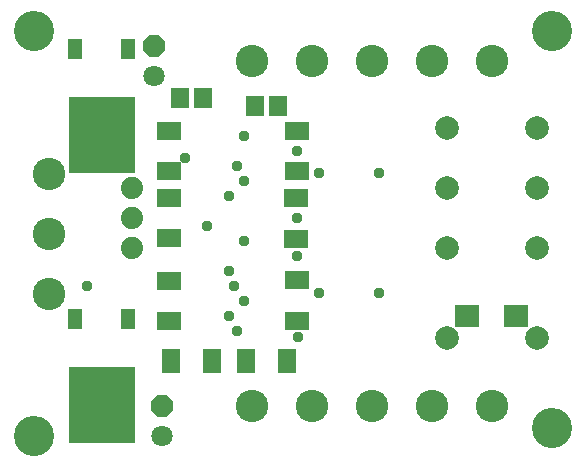
<source format=gbr>
G04 EAGLE Gerber X2 export*
%TF.Part,Single*%
%TF.FileFunction,Soldermask,Bot,1*%
%TF.FilePolarity,Negative*%
%TF.GenerationSoftware,Autodesk,EAGLE,8.7.0*%
%TF.CreationDate,2018-05-23T13:35:31Z*%
G75*
%MOMM*%
%FSLAX34Y34*%
%LPD*%
%AMOC8*
5,1,8,0,0,1.08239X$1,22.5*%
G01*
%ADD10C,3.403200*%
%ADD11P,1.951982X8X112.500000*%
%ADD12C,1.803400*%
%ADD13R,1.503200X1.703200*%
%ADD14R,2.003200X1.603200*%
%ADD15C,1.879600*%
%ADD16C,2.743200*%
%ADD17R,1.603200X2.003200*%
%ADD18R,2.003200X1.903200*%
%ADD19C,2.003200*%
%ADD20R,5.603200X6.403200*%
%ADD21R,1.203200X1.803200*%
%ADD22C,0.959600*%


D10*
X95250Y444500D03*
X95250Y101600D03*
X533400Y107950D03*
X533400Y444500D03*
D11*
X196850Y431800D03*
D12*
X196850Y406400D03*
D11*
X203200Y127000D03*
D12*
X203200Y101600D03*
D13*
X219100Y387350D03*
X238100Y387350D03*
X282600Y381000D03*
X301600Y381000D03*
D14*
X317297Y302547D03*
X317297Y268547D03*
X209550Y302750D03*
X209550Y268750D03*
X317500Y325900D03*
X317500Y359900D03*
X209550Y359900D03*
X209550Y325900D03*
D15*
X177800Y260350D03*
X177800Y311150D03*
X177800Y285750D03*
D16*
X107700Y222039D03*
X107700Y272839D03*
X107700Y323639D03*
D17*
X211600Y165100D03*
X245600Y165100D03*
X275100Y165100D03*
X309100Y165100D03*
D14*
X209753Y232697D03*
X209753Y198697D03*
X317703Y199103D03*
X317703Y233103D03*
D18*
X503100Y203200D03*
X462100Y203200D03*
D19*
X444500Y184150D03*
X520700Y184150D03*
X520700Y260350D03*
X520700Y311150D03*
X520700Y361950D03*
X444500Y260350D03*
X444500Y311150D03*
X444500Y361950D03*
D16*
X482811Y418850D03*
X432011Y418850D03*
X381211Y418850D03*
X330411Y418850D03*
X279611Y418850D03*
X482811Y126750D03*
X432011Y126750D03*
X381211Y126750D03*
X330411Y126750D03*
X279611Y126750D03*
D20*
X152400Y356000D03*
D21*
X129600Y429000D03*
X175200Y429000D03*
D20*
X152400Y127400D03*
D21*
X129600Y200400D03*
X175200Y200400D03*
D22*
X317500Y342900D03*
X317703Y254000D03*
X260350Y241300D03*
X222686Y336986D03*
X260350Y304800D03*
X273050Y317500D03*
X260350Y203200D03*
X273050Y215900D03*
X139700Y228600D03*
X387350Y323850D03*
X317500Y285750D03*
X241300Y279400D03*
X336550Y323850D03*
X266700Y330200D03*
X387350Y222250D03*
X318372Y185022D03*
X266700Y190500D03*
X336550Y222250D03*
X264696Y228600D03*
X273050Y355600D03*
X273050Y266700D03*
M02*

</source>
